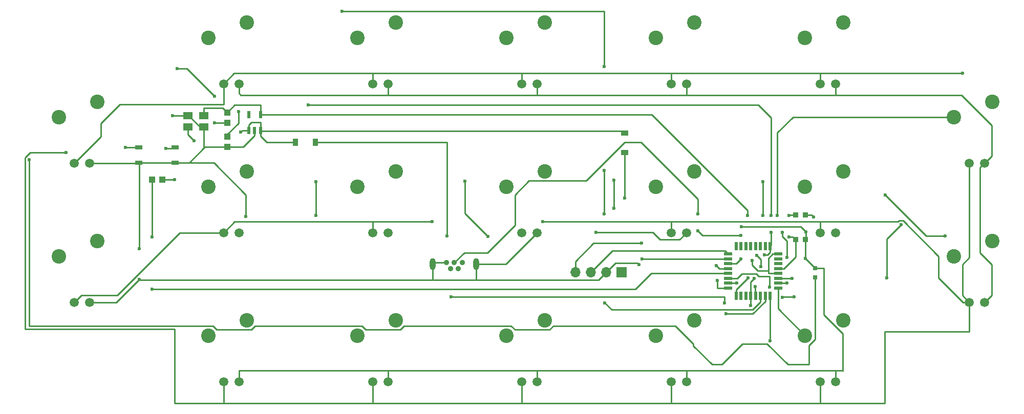
<source format=gbr>
%TF.GenerationSoftware,KiCad,Pcbnew,(5.1.9)-1*%
%TF.CreationDate,2021-03-22T18:36:52-04:00*%
%TF.ProjectId,DSKY_keyboard,44534b59-5f6b-4657-9962-6f6172642e6b,1.0*%
%TF.SameCoordinates,Original*%
%TF.FileFunction,Copper,L2,Bot*%
%TF.FilePolarity,Positive*%
%FSLAX46Y46*%
G04 Gerber Fmt 4.6, Leading zero omitted, Abs format (unit mm)*
G04 Created by KiCad (PCBNEW (5.1.9)-1) date 2021-03-22 18:36:52*
%MOMM*%
%LPD*%
G01*
G04 APERTURE LIST*
%TA.AperFunction,SMDPad,CuDef*%
%ADD10R,0.507200X1.461999*%
%TD*%
%TA.AperFunction,SMDPad,CuDef*%
%ADD11R,1.461999X0.507200*%
%TD*%
%TA.AperFunction,ComponentPad*%
%ADD12C,2.400000*%
%TD*%
%TA.AperFunction,ComponentPad*%
%ADD13C,1.508000*%
%TD*%
%TA.AperFunction,SMDPad,CuDef*%
%ADD14R,1.200000X0.800000*%
%TD*%
%TA.AperFunction,SMDPad,CuDef*%
%ADD15R,0.550000X1.200000*%
%TD*%
%TA.AperFunction,SMDPad,CuDef*%
%ADD16R,0.800000X0.800000*%
%TD*%
%TA.AperFunction,SMDPad,CuDef*%
%ADD17R,1.220000X0.910000*%
%TD*%
%TA.AperFunction,SMDPad,CuDef*%
%ADD18R,1.500000X1.240000*%
%TD*%
%TA.AperFunction,SMDPad,CuDef*%
%ADD19R,1.000000X1.075000*%
%TD*%
%TA.AperFunction,ComponentPad*%
%ADD20R,1.700000X1.700000*%
%TD*%
%TA.AperFunction,ComponentPad*%
%ADD21O,1.700000X1.700000*%
%TD*%
%TA.AperFunction,SMDPad,CuDef*%
%ADD22R,1.075000X1.000000*%
%TD*%
%TA.AperFunction,SMDPad,CuDef*%
%ADD23R,0.900000X0.900000*%
%TD*%
%TA.AperFunction,ComponentPad*%
%ADD24O,0.970000X1.940000*%
%TD*%
%TA.AperFunction,ComponentPad*%
%ADD25C,0.908000*%
%TD*%
%TA.AperFunction,SMDPad,CuDef*%
%ADD26R,0.910000X1.220000*%
%TD*%
%TA.AperFunction,ViaPad*%
%ADD27C,0.600000*%
%TD*%
%TA.AperFunction,Conductor*%
%ADD28C,0.254000*%
%TD*%
G04 APERTURE END LIST*
D10*
%TO.P,U1,32*%
%TO.N,Net-(C3-Pad1)*%
X184854499Y-99263200D03*
%TO.P,U1,31*%
%TO.N,N/C*%
X184054499Y-99263200D03*
%TO.P,U1,30*%
X183254500Y-99263200D03*
%TO.P,U1,29*%
X182454499Y-99263200D03*
%TO.P,U1,28*%
X181654501Y-99263200D03*
%TO.P,U1,27*%
X180854500Y-99263200D03*
%TO.P,U1,26*%
X180054499Y-99263200D03*
%TO.P,U1,25*%
X179254501Y-99263200D03*
D11*
%TO.P,U1,24*%
%TO.N,PA14*%
X177939700Y-100578001D03*
%TO.P,U1,23*%
%TO.N,PA13*%
X177939700Y-101378001D03*
%TO.P,U1,22*%
%TO.N,PA12*%
X177939700Y-102178000D03*
%TO.P,U1,21*%
%TO.N,PA11*%
X177939700Y-102978001D03*
%TO.P,U1,20*%
%TO.N,Net-(R2-Pad2)*%
X177939700Y-103777999D03*
%TO.P,U1,19*%
%TO.N,PA09*%
X177939700Y-104578000D03*
%TO.P,U1,18*%
%TO.N,PA08*%
X177939700Y-105378001D03*
%TO.P,U1,17*%
%TO.N,+3V3*%
X177939700Y-106177999D03*
D10*
%TO.P,U1,16*%
%TO.N,Net-(C3-Pad1)*%
X179254501Y-107492800D03*
%TO.P,U1,15*%
%TO.N,N/C*%
X180054501Y-107492800D03*
%TO.P,U1,14*%
X180854500Y-107492800D03*
%TO.P,U1,13*%
%TO.N,PA07*%
X181654501Y-107492800D03*
%TO.P,U1,12*%
%TO.N,PA06*%
X182454499Y-107492800D03*
%TO.P,U1,11*%
%TO.N,PA05*%
X183254500Y-107492800D03*
%TO.P,U1,10*%
%TO.N,PA04*%
X184054501Y-107492800D03*
%TO.P,U1,9*%
%TO.N,PA03*%
X184854499Y-107492800D03*
D11*
%TO.P,U1,8*%
%TO.N,PA02*%
X186169300Y-106177999D03*
%TO.P,U1,7*%
%TO.N,PA01*%
X186169300Y-105377999D03*
%TO.P,U1,6*%
%TO.N,PA00*%
X186169300Y-104578000D03*
%TO.P,U1,5*%
%TO.N,+3V3*%
X186169300Y-103777999D03*
%TO.P,U1,4*%
%TO.N,/~RESET*%
X186169300Y-102978001D03*
%TO.P,U1,3*%
%TO.N,N/C*%
X186169300Y-102178000D03*
%TO.P,U1,2*%
X186169300Y-101377999D03*
%TO.P,U1,1*%
%TO.N,+3V3*%
X186169300Y-100578001D03*
%TD*%
D12*
%TO.P,SW8,SIDE*%
%TO.N,PA01*%
X67289500Y-100937000D03*
%TO.P,SW8,UP*%
%TO.N,Net-(D8-Pad2)*%
X73639500Y-98397000D03*
D13*
%TO.P,SW8,LED-*%
%TO.N,GND*%
X72369500Y-108557000D03*
%TO.P,SW8,LED+*%
%TO.N,Net-(SW1-PadLED+)*%
X69829500Y-108557000D03*
%TD*%
D14*
%TO.P,U2,4*%
%TO.N,Net-(SW1-PadLED+)*%
X80502500Y-82931000D03*
%TO.P,U2,1*%
%TO.N,Net-(R2-Pad1)*%
X86502500Y-82931000D03*
%TO.P,U2,2*%
%TO.N,GND*%
X86502500Y-85471000D03*
%TO.P,U2,3*%
X80502500Y-85471000D03*
%TD*%
D12*
%TO.P,SW15,SIDE*%
%TO.N,PA02*%
X91953300Y-114053000D03*
%TO.P,SW15,UP*%
%TO.N,Net-(D15-Pad2)*%
X98303300Y-111513000D03*
D13*
%TO.P,SW15,LED-*%
%TO.N,GND*%
X97033300Y-121673000D03*
%TO.P,SW15,LED+*%
%TO.N,Net-(SW1-PadLED+)*%
X94493300Y-121673000D03*
%TD*%
D12*
%TO.P,SW19,SIDE*%
%TO.N,PA02*%
X190608500Y-114053000D03*
%TO.P,SW19,UP*%
%TO.N,Net-(D19-Pad2)*%
X196958500Y-111513000D03*
D13*
%TO.P,SW19,LED-*%
%TO.N,GND*%
X195688500Y-121673000D03*
%TO.P,SW19,LED+*%
%TO.N,Net-(SW1-PadLED+)*%
X193148500Y-121673000D03*
%TD*%
D12*
%TO.P,SW14,SIDE*%
%TO.N,PA01*%
X215272500Y-100937000D03*
%TO.P,SW14,UP*%
%TO.N,Net-(D14-Pad2)*%
X221622500Y-98397000D03*
D13*
%TO.P,SW14,LED-*%
%TO.N,GND*%
X220352500Y-108557000D03*
%TO.P,SW14,LED+*%
%TO.N,Net-(SW1-PadLED+)*%
X217812500Y-108557000D03*
%TD*%
D12*
%TO.P,SW5,SIDE*%
%TO.N,PA00*%
X165944700Y-64783000D03*
%TO.P,SW5,UP*%
%TO.N,Net-(D5-Pad2)*%
X172294700Y-62243000D03*
D13*
%TO.P,SW5,LED-*%
%TO.N,GND*%
X171024700Y-72403000D03*
%TO.P,SW5,LED+*%
%TO.N,Net-(SW1-PadLED+)*%
X168484700Y-72403000D03*
%TD*%
D12*
%TO.P,SW2,SIDE*%
%TO.N,PA00*%
X91953300Y-64783000D03*
%TO.P,SW2,UP*%
%TO.N,Net-(D2-Pad2)*%
X98303300Y-62243000D03*
D13*
%TO.P,SW2,LED-*%
%TO.N,GND*%
X97033300Y-72403000D03*
%TO.P,SW2,LED+*%
%TO.N,Net-(SW1-PadLED+)*%
X94493300Y-72403000D03*
%TD*%
D12*
%TO.P,SW1,SIDE*%
%TO.N,PA00*%
X67289500Y-77899000D03*
%TO.P,SW1,UP*%
%TO.N,Net-(D1-Pad2)*%
X73639500Y-75359000D03*
D13*
%TO.P,SW1,LED-*%
%TO.N,GND*%
X72369500Y-85519000D03*
%TO.P,SW1,LED+*%
%TO.N,Net-(SW1-PadLED+)*%
X69829500Y-85519000D03*
%TD*%
D12*
%TO.P,SW18,SIDE*%
%TO.N,PA02*%
X165944700Y-114053000D03*
%TO.P,SW18,UP*%
%TO.N,Net-(D18-Pad2)*%
X172294700Y-111513000D03*
D13*
%TO.P,SW18,LED-*%
%TO.N,GND*%
X171024700Y-121673000D03*
%TO.P,SW18,LED+*%
%TO.N,Net-(SW1-PadLED+)*%
X168484700Y-121673000D03*
%TD*%
D12*
%TO.P,SW17,SIDE*%
%TO.N,PA02*%
X141280900Y-114053000D03*
%TO.P,SW17,UP*%
%TO.N,Net-(D17-Pad2)*%
X147630900Y-111513000D03*
D13*
%TO.P,SW17,LED-*%
%TO.N,GND*%
X146360900Y-121673000D03*
%TO.P,SW17,LED+*%
%TO.N,Net-(SW1-PadLED+)*%
X143820900Y-121673000D03*
%TD*%
D12*
%TO.P,SW16,SIDE*%
%TO.N,PA02*%
X116617100Y-114053000D03*
%TO.P,SW16,UP*%
%TO.N,Net-(D16-Pad2)*%
X122967100Y-111513000D03*
D13*
%TO.P,SW16,LED-*%
%TO.N,GND*%
X121697100Y-121673000D03*
%TO.P,SW16,LED+*%
%TO.N,Net-(SW1-PadLED+)*%
X119157100Y-121673000D03*
%TD*%
D12*
%TO.P,SW13,SIDE*%
%TO.N,PA01*%
X190608500Y-89418000D03*
%TO.P,SW13,UP*%
%TO.N,Net-(D13-Pad2)*%
X196958500Y-86878000D03*
D13*
%TO.P,SW13,LED-*%
%TO.N,GND*%
X195688500Y-97038000D03*
%TO.P,SW13,LED+*%
%TO.N,Net-(SW1-PadLED+)*%
X193148500Y-97038000D03*
%TD*%
D12*
%TO.P,SW12,SIDE*%
%TO.N,PA01*%
X165944700Y-89418000D03*
%TO.P,SW12,UP*%
%TO.N,Net-(D12-Pad2)*%
X172294700Y-86878000D03*
D13*
%TO.P,SW12,LED-*%
%TO.N,GND*%
X171024700Y-97038000D03*
%TO.P,SW12,LED+*%
%TO.N,Net-(SW1-PadLED+)*%
X168484700Y-97038000D03*
%TD*%
D12*
%TO.P,SW11,SIDE*%
%TO.N,PA01*%
X141280900Y-89418000D03*
%TO.P,SW11,UP*%
%TO.N,Net-(D11-Pad2)*%
X147630900Y-86878000D03*
D13*
%TO.P,SW11,LED-*%
%TO.N,GND*%
X146360900Y-97038000D03*
%TO.P,SW11,LED+*%
%TO.N,Net-(SW1-PadLED+)*%
X143820900Y-97038000D03*
%TD*%
D12*
%TO.P,SW10,SIDE*%
%TO.N,PA01*%
X116617100Y-89418000D03*
%TO.P,SW10,UP*%
%TO.N,Net-(D10-Pad2)*%
X122967100Y-86878000D03*
D13*
%TO.P,SW10,LED-*%
%TO.N,GND*%
X121697100Y-97038000D03*
%TO.P,SW10,LED+*%
%TO.N,Net-(SW1-PadLED+)*%
X119157100Y-97038000D03*
%TD*%
D12*
%TO.P,SW9,SIDE*%
%TO.N,PA01*%
X91953300Y-89418000D03*
%TO.P,SW9,UP*%
%TO.N,Net-(D9-Pad2)*%
X98303300Y-86878000D03*
D13*
%TO.P,SW9,LED-*%
%TO.N,GND*%
X97033300Y-97038000D03*
%TO.P,SW9,LED+*%
%TO.N,Net-(SW1-PadLED+)*%
X94493300Y-97038000D03*
%TD*%
D12*
%TO.P,SW7,SIDE*%
%TO.N,PA00*%
X215272500Y-77899000D03*
%TO.P,SW7,UP*%
%TO.N,Net-(D7-Pad2)*%
X221622500Y-75359000D03*
D13*
%TO.P,SW7,LED-*%
%TO.N,GND*%
X220352500Y-85519000D03*
%TO.P,SW7,LED+*%
%TO.N,Net-(SW1-PadLED+)*%
X217812500Y-85519000D03*
%TD*%
D12*
%TO.P,SW6,SIDE*%
%TO.N,PA00*%
X190608500Y-64783000D03*
%TO.P,SW6,UP*%
%TO.N,Net-(D6-Pad2)*%
X196958500Y-62243000D03*
D13*
%TO.P,SW6,LED-*%
%TO.N,GND*%
X195688500Y-72403000D03*
%TO.P,SW6,LED+*%
%TO.N,Net-(SW1-PadLED+)*%
X193148500Y-72403000D03*
%TD*%
D12*
%TO.P,SW4,SIDE*%
%TO.N,PA00*%
X141280900Y-64783000D03*
%TO.P,SW4,UP*%
%TO.N,Net-(D4-Pad2)*%
X147630900Y-62243000D03*
D13*
%TO.P,SW4,LED-*%
%TO.N,GND*%
X146360900Y-72403000D03*
%TO.P,SW4,LED+*%
%TO.N,Net-(SW1-PadLED+)*%
X143820900Y-72403000D03*
%TD*%
D12*
%TO.P,SW3,SIDE*%
%TO.N,PA00*%
X116617100Y-64783000D03*
%TO.P,SW3,UP*%
%TO.N,Net-(D3-Pad2)*%
X122967100Y-62243000D03*
D13*
%TO.P,SW3,LED-*%
%TO.N,GND*%
X121697100Y-72403000D03*
%TO.P,SW3,LED+*%
%TO.N,Net-(SW1-PadLED+)*%
X119157100Y-72403000D03*
%TD*%
D15*
%TO.P,U3,5*%
%TO.N,+3V3*%
X100581500Y-77503400D03*
%TO.P,U3,4*%
%TO.N,N/C*%
X98681500Y-77503400D03*
%TO.P,U3,3*%
%TO.N,Net-(C1-Pad1)*%
X98681500Y-80103600D03*
%TO.P,U3,2*%
%TO.N,GND*%
X99631500Y-80103600D03*
%TO.P,U3,1*%
%TO.N,Net-(C1-Pad1)*%
X100581500Y-80103600D03*
%TD*%
D16*
%TO.P,D21,2*%
%TO.N,Net-(D21-Pad2)*%
X192341500Y-104445500D03*
%TO.P,D21,1*%
%TO.N,GND*%
X192341500Y-102945500D03*
%TD*%
D17*
%TO.P,D20,2*%
%TO.N,VBUS*%
X160845500Y-83806500D03*
%TO.P,D20,1*%
%TO.N,Net-(C1-Pad1)*%
X160845500Y-80531500D03*
%TD*%
D18*
%TO.P,C1,1*%
%TO.N,Net-(C1-Pad1)*%
X88582500Y-79563000D03*
%TO.P,C1,2*%
%TO.N,GND*%
X88582500Y-77663000D03*
%TD*%
%TO.P,C2,2*%
%TO.N,GND*%
X91249500Y-79563000D03*
%TO.P,C2,1*%
%TO.N,+3V3*%
X91249500Y-77663000D03*
%TD*%
D19*
%TO.P,C3,2*%
%TO.N,GND*%
X95123000Y-82828500D03*
%TO.P,C3,1*%
%TO.N,Net-(C3-Pad1)*%
X95123000Y-81128500D03*
%TD*%
D20*
%TO.P,J1,1*%
%TO.N,VBUS*%
X160274000Y-103632000D03*
D21*
%TO.P,J1,2*%
%TO.N,GND*%
X157734000Y-103632000D03*
%TO.P,J1,3*%
%TO.N,PA14*%
X155194000Y-103632000D03*
%TO.P,J1,4*%
%TO.N,PA13*%
X152654000Y-103632000D03*
%TD*%
D19*
%TO.P,R1,1*%
%TO.N,+3V3*%
X95123000Y-77152500D03*
%TO.P,R1,2*%
%TO.N,Net-(D21-Pad2)*%
X95123000Y-78852500D03*
%TD*%
D22*
%TO.P,R2,1*%
%TO.N,Net-(R2-Pad1)*%
X84352500Y-88265000D03*
%TO.P,R2,2*%
%TO.N,Net-(R2-Pad2)*%
X82652500Y-88265000D03*
%TD*%
D23*
%TO.P,SW20,A*%
%TO.N,GND*%
X190665000Y-94089000D03*
%TO.P,SW20,B*%
%TO.N,/~RESET*%
X189065000Y-94089000D03*
%TO.P,SW20,B'*%
X189065000Y-98189000D03*
%TO.P,SW20,A'*%
%TO.N,GND*%
X190665000Y-98189000D03*
%TD*%
D24*
%TO.P,J2,S2*%
%TO.N,GND*%
X129076500Y-102203000D03*
%TO.P,J2,S1*%
X136226500Y-102203000D03*
D25*
%TO.P,J2,5*%
X131351500Y-101983000D03*
%TO.P,J2,4*%
%TO.N,N/C*%
X132001500Y-102983000D03*
%TO.P,J2,3*%
%TO.N,PA12*%
X132651500Y-101983000D03*
%TO.P,J2,2*%
%TO.N,PA11*%
X133301500Y-102983000D03*
%TO.P,J2,1*%
%TO.N,VBAT*%
X133951500Y-101983000D03*
%TD*%
D26*
%TO.P,D22,1*%
%TO.N,Net-(C1-Pad1)*%
X106376000Y-82105500D03*
%TO.P,D22,2*%
%TO.N,VBAT*%
X109651000Y-82105500D03*
%TD*%
D27*
%TO.N,Net-(C1-Pad1)*%
X89598500Y-81851500D03*
X97345500Y-80391000D03*
%TO.N,GND*%
X86042500Y-77660500D03*
X192087500Y-94488000D03*
X190754000Y-96901000D03*
X190684500Y-101288500D03*
X163195000Y-102298500D03*
X180086000Y-96075500D03*
X80518000Y-104775000D03*
X80518000Y-99695000D03*
X114109500Y-60452000D03*
X157416500Y-69532500D03*
X157448250Y-86772750D03*
X157448250Y-93948250D03*
X98189001Y-94342999D03*
X156083000Y-96964500D03*
%TO.N,+3V3*%
X181102000Y-94170500D03*
X181864000Y-101663500D03*
X176149000Y-104965500D03*
%TO.N,Net-(C3-Pad1)*%
X183959500Y-100711000D03*
X181229000Y-104521000D03*
X96964500Y-77025500D03*
X108458000Y-75946000D03*
X185039000Y-94170500D03*
X185039000Y-96964500D03*
%TO.N,PA03*%
X184848500Y-114935000D03*
%TO.N,PA04*%
X109728000Y-88582500D03*
X109728000Y-94234000D03*
X132080000Y-107696000D03*
X177292000Y-108712000D03*
X177609500Y-110490000D03*
%TO.N,PA05*%
X134366000Y-88519000D03*
X138176000Y-97663000D03*
X157543500Y-108648500D03*
%TO.N,PA06*%
X182435500Y-105981500D03*
X159004000Y-93027500D03*
X159004000Y-88392000D03*
%TO.N,PA07*%
X182689500Y-100838000D03*
X183642000Y-88582500D03*
X183642000Y-94170500D03*
X181673500Y-109093000D03*
X182245000Y-104584500D03*
X183324500Y-102679500D03*
%TO.N,PA08*%
X179387500Y-105346500D03*
%TO.N,PA09*%
X184785000Y-106045000D03*
X186880500Y-107759500D03*
X206502000Y-95758000D03*
X204152500Y-104521000D03*
X188849000Y-107632500D03*
%TO.N,VBUS*%
X160845500Y-91313000D03*
%TO.N,Net-(D21-Pad2)*%
X62357000Y-84963000D03*
X86786010Y-69895010D03*
X93027500Y-74485500D03*
X93027500Y-78867000D03*
%TO.N,PA13*%
X163671501Y-101378001D03*
X163639500Y-98806000D03*
%TO.N,Net-(R2-Pad1)*%
X84963000Y-83121500D03*
X86360000Y-88265000D03*
%TO.N,Net-(R2-Pad2)*%
X82677000Y-97726500D03*
X82677000Y-106362500D03*
%TO.N,Net-(SW1-PadLED+)*%
X68453000Y-83820000D03*
X78232000Y-82931000D03*
X216725500Y-70675500D03*
X129016700Y-95201800D03*
X147241200Y-95201800D03*
%TO.N,PA00*%
X186055000Y-94170500D03*
X188468000Y-104584500D03*
%TO.N,PA01*%
X203930250Y-90836750D03*
X213804500Y-97599500D03*
X187611001Y-105377999D03*
X187611001Y-101123499D03*
X186880500Y-97028000D03*
%TO.N,/~RESET*%
X187960000Y-94234000D03*
X187960000Y-97726500D03*
%TO.N,PA12*%
X172910500Y-93980000D03*
X180022500Y-101409500D03*
X180022500Y-97536000D03*
X172910500Y-96774000D03*
%TO.N,PA11*%
X175958500Y-102489000D03*
%TO.N,VBAT*%
X131445000Y-97599500D03*
%TD*%
D28*
%TO.N,Net-(C1-Pad1)*%
X88582500Y-79563000D02*
X88582500Y-80835500D01*
X88582500Y-80835500D02*
X89598500Y-81851500D01*
X97632900Y-80103600D02*
X97345500Y-80391000D01*
X98681500Y-80103600D02*
X97632900Y-80103600D01*
X98681500Y-79249600D02*
X99127600Y-78803500D01*
X98681500Y-80103600D02*
X98681500Y-79249600D01*
X99127600Y-78803500D02*
X100584000Y-78803500D01*
X100584000Y-80101100D02*
X100581500Y-80103600D01*
X100584000Y-78803500D02*
X100584000Y-80101100D01*
X100581500Y-80264000D02*
X160417600Y-80264000D01*
X100581500Y-81087000D02*
X100581500Y-80103600D01*
X101600000Y-82105500D02*
X100581500Y-81087000D01*
X106376000Y-82105500D02*
X101600000Y-82105500D01*
%TO.N,GND*%
X72417500Y-85471000D02*
X72369500Y-85519000D01*
X80454500Y-85519000D02*
X80502500Y-85471000D01*
X72369500Y-85519000D02*
X80454500Y-85519000D01*
X91249500Y-83058000D02*
X91249500Y-79563000D01*
X88580000Y-77660500D02*
X88582500Y-77663000D01*
X86042500Y-77660500D02*
X88580000Y-77660500D01*
X190665000Y-101269000D02*
X190684500Y-101288500D01*
X190665000Y-98189000D02*
X190665000Y-101269000D01*
X90612500Y-79563000D02*
X91249500Y-79563000D01*
X88712500Y-77663000D02*
X90612500Y-79563000D01*
X88582500Y-77663000D02*
X88712500Y-77663000D01*
X190665000Y-94089000D02*
X191688500Y-94089000D01*
X191688500Y-94089000D02*
X192087500Y-94488000D01*
X190754000Y-98100000D02*
X190665000Y-98189000D01*
X190754000Y-96901000D02*
X190754000Y-98100000D01*
X190684500Y-101288500D02*
X192341500Y-102945500D01*
X157734000Y-103632000D02*
X159321500Y-102044500D01*
X189928500Y-96075500D02*
X190754000Y-96901000D01*
X180086000Y-96075500D02*
X189928500Y-96075500D01*
X157734000Y-103632000D02*
X156502999Y-104863001D01*
X80606001Y-104863001D02*
X80518000Y-104775000D01*
X80518000Y-85486500D02*
X80502500Y-85471000D01*
X80518000Y-99695000D02*
X80518000Y-85486500D01*
X99631500Y-80957600D02*
X99631500Y-80103600D01*
X97760600Y-82828500D02*
X99631500Y-80957600D01*
X95123000Y-82828500D02*
X97760600Y-82828500D01*
X91479000Y-82828500D02*
X91249500Y-83058000D01*
X95123000Y-82828500D02*
X91479000Y-82828500D01*
X162941000Y-102044500D02*
X163195000Y-102298500D01*
X159321500Y-102044500D02*
X162941000Y-102044500D01*
X157448250Y-86772750D02*
X157448250Y-93948250D01*
X157416500Y-60452000D02*
X157416500Y-69532500D01*
X114109500Y-60452000D02*
X157416500Y-60452000D01*
X86502500Y-85471000D02*
X88836500Y-85471000D01*
X80502500Y-85471000D02*
X86502500Y-85471000D01*
X88836500Y-85471000D02*
X91249500Y-83058000D01*
X129076500Y-104857500D02*
X129070999Y-104863001D01*
X129076500Y-102203000D02*
X129076500Y-104857500D01*
X129070999Y-104863001D02*
X80606001Y-104863001D01*
X134835001Y-104863001D02*
X129070999Y-104863001D01*
X136006500Y-101983000D02*
X136226500Y-102203000D01*
X136226500Y-104843002D02*
X136246499Y-104863001D01*
X136226500Y-102203000D02*
X136226500Y-104843002D01*
X136246499Y-104863001D02*
X134835001Y-104863001D01*
X156502999Y-104863001D02*
X136246499Y-104863001D01*
X129296500Y-101983000D02*
X129076500Y-102203000D01*
X131351500Y-101983000D02*
X129296500Y-101983000D01*
X221508201Y-79274663D02*
X221508201Y-84363299D01*
X97033300Y-73982800D02*
X97345500Y-74295000D01*
X221508201Y-84363299D02*
X220352500Y-85519000D01*
X97033300Y-72403000D02*
X97033300Y-73982800D01*
X121697100Y-74263900D02*
X121666000Y-74295000D01*
X121697100Y-72403000D02*
X121697100Y-74263900D01*
X97345500Y-74295000D02*
X121666000Y-74295000D01*
X146360900Y-74288400D02*
X146367500Y-74295000D01*
X146360900Y-72403000D02*
X146360900Y-74288400D01*
X121666000Y-74295000D02*
X146367500Y-74295000D01*
X171024700Y-74250700D02*
X171069000Y-74295000D01*
X171024700Y-72403000D02*
X171024700Y-74250700D01*
X146367500Y-74295000D02*
X171069000Y-74295000D01*
X195688500Y-72403000D02*
X195688500Y-74276500D01*
X195688500Y-74276500D02*
X195707000Y-74295000D01*
X171069000Y-74295000D02*
X195707000Y-74295000D01*
X92866338Y-85471000D02*
X98189001Y-90793663D01*
X88836500Y-85471000D02*
X92866338Y-85471000D01*
X98189001Y-90793663D02*
X98189001Y-94342999D01*
X141195900Y-102203000D02*
X136226500Y-102203000D01*
X146360900Y-97038000D02*
X141195900Y-102203000D01*
X166689501Y-98173001D02*
X165481000Y-96964500D01*
X169889699Y-98173001D02*
X166689501Y-98173001D01*
X171024700Y-97038000D02*
X169889699Y-98173001D01*
X165481000Y-96964500D02*
X156083000Y-96964500D01*
X156083000Y-96964500D02*
X156083000Y-96964500D01*
X216528538Y-74295000D02*
X221508201Y-79274663D01*
X195707000Y-74295000D02*
X216528538Y-74295000D01*
X76736000Y-108557000D02*
X80518000Y-104775000D01*
X72369500Y-108557000D02*
X76736000Y-108557000D01*
X221508201Y-107401299D02*
X220352500Y-108557000D01*
X221508201Y-102312663D02*
X221508201Y-107401299D01*
X219598501Y-100402963D02*
X221508201Y-102312663D01*
X219598501Y-86272999D02*
X219598501Y-100402963D01*
X220352500Y-85519000D02*
X219598501Y-86272999D01*
X196844201Y-113738583D02*
X193738500Y-110632882D01*
X193738500Y-110632882D02*
X193738500Y-102933500D01*
X192353500Y-102933500D02*
X192341500Y-102945500D01*
X193738500Y-102933500D02*
X192353500Y-102933500D01*
X97033300Y-119893300D02*
X97028000Y-119888000D01*
X97033300Y-121673000D02*
X97033300Y-119893300D01*
X121697100Y-119919100D02*
X121666000Y-119888000D01*
X121697100Y-121673000D02*
X121697100Y-119919100D01*
X121666000Y-119888000D02*
X97028000Y-119888000D01*
X146360900Y-119958100D02*
X146431000Y-119888000D01*
X146360900Y-121673000D02*
X146360900Y-119958100D01*
X146431000Y-119888000D02*
X121666000Y-119888000D01*
X168275000Y-119888000D02*
X146431000Y-119888000D01*
X171024700Y-121673000D02*
X171024700Y-119932300D01*
X171069000Y-119888000D02*
X168275000Y-119888000D01*
X171024700Y-119932300D02*
X171069000Y-119888000D01*
X196844201Y-119893799D02*
X196844201Y-113738583D01*
X195688500Y-119906500D02*
X195707000Y-119888000D01*
X195688500Y-121673000D02*
X195688500Y-119906500D01*
X195707000Y-119888000D02*
X196838402Y-119888000D01*
X171069000Y-119888000D02*
X195707000Y-119888000D01*
%TO.N,+3V3*%
X94361000Y-76390500D02*
X95123000Y-77152500D01*
X91249500Y-76390500D02*
X94361000Y-76390500D01*
X91249500Y-77663000D02*
X91249500Y-76390500D01*
X95123000Y-77152500D02*
X96329500Y-75946000D01*
X96329500Y-75946000D02*
X100584000Y-75946000D01*
X100584000Y-77500900D02*
X100581500Y-77503400D01*
X100584000Y-75946000D02*
X100584000Y-77500900D01*
X185298897Y-100578001D02*
X184594500Y-101282398D01*
X186169300Y-100578001D02*
X185298897Y-100578001D01*
X186150301Y-103759000D02*
X186169300Y-103777999D01*
X184594500Y-103759000D02*
X186150301Y-103759000D01*
X165259982Y-77503400D02*
X181102000Y-93345418D01*
X100581500Y-77503400D02*
X165259982Y-77503400D01*
X181102000Y-93345418D02*
X181102000Y-94170500D01*
X184540967Y-103368033D02*
X182826467Y-103368033D01*
X184594500Y-103314500D02*
X184540967Y-103368033D01*
X184594500Y-101282398D02*
X184594500Y-103314500D01*
X184594500Y-103314500D02*
X184594500Y-103759000D01*
X182826467Y-103368033D02*
X181864000Y-102405566D01*
X181864000Y-102405566D02*
X181864000Y-101663500D01*
X177939700Y-106177999D02*
X176154999Y-106177999D01*
X176154999Y-106177999D02*
X176149000Y-106172000D01*
X176149000Y-106172000D02*
X176149000Y-104965500D01*
%TO.N,Net-(C3-Pad1)*%
X181229000Y-104533302D02*
X181229000Y-104521000D01*
X179254501Y-106507801D02*
X181229000Y-104533302D01*
X179254501Y-107492800D02*
X179254501Y-106507801D01*
X185057699Y-99060000D02*
X184854499Y-99263200D01*
X95123000Y-81128500D02*
X95123000Y-80772000D01*
X95123000Y-80772000D02*
X96964500Y-78930500D01*
X96964500Y-78930500D02*
X96964500Y-77025500D01*
X108458000Y-75946000D02*
X182943500Y-75946000D01*
X182943500Y-75946000D02*
X185039000Y-78041500D01*
X185039000Y-78041500D02*
X185039000Y-94170500D01*
X185039000Y-99078699D02*
X184854499Y-99263200D01*
X185039000Y-96964500D02*
X185039000Y-99078699D01*
X184391698Y-100711000D02*
X183959500Y-100711000D01*
X184854499Y-100248199D02*
X184391698Y-100711000D01*
X184854499Y-99263200D02*
X184854499Y-100248199D01*
%TO.N,PA03*%
X184848500Y-107498799D02*
X184854499Y-107492800D01*
X184848500Y-114935000D02*
X184848500Y-107498799D01*
%TO.N,PA04*%
X109728000Y-88582500D02*
X109728000Y-94234000D01*
X132080000Y-107696000D02*
X177292000Y-107696000D01*
X177292000Y-107696000D02*
X177292000Y-108712000D01*
X184054501Y-108438315D02*
X184054501Y-107492800D01*
X182002816Y-110490000D02*
X184054501Y-108438315D01*
X177609500Y-110490000D02*
X182002816Y-110490000D01*
%TO.N,PA05*%
X183254500Y-108519882D02*
X183254500Y-107492800D01*
X182000381Y-109774001D02*
X183254500Y-108519882D01*
X158669001Y-109774001D02*
X182000381Y-109774001D01*
X157543500Y-108648500D02*
X158669001Y-109774001D01*
X134366000Y-93853000D02*
X138176000Y-97663000D01*
X134366000Y-88519000D02*
X134366000Y-93853000D01*
%TO.N,PA06*%
X159004000Y-88392000D02*
X159004000Y-93027500D01*
X182435500Y-107473801D02*
X182454499Y-107492800D01*
X182435500Y-105981500D02*
X182435500Y-107473801D01*
%TO.N,PA07*%
X181673500Y-107511799D02*
X181654501Y-107492800D01*
X181673500Y-109093000D02*
X181673500Y-107511799D01*
X181654501Y-107143499D02*
X181754499Y-107043501D01*
X181654501Y-107492800D02*
X181654501Y-107143499D01*
X182245000Y-104584500D02*
X182308500Y-104521000D01*
X181654501Y-105174999D02*
X181654501Y-107492800D01*
X182245000Y-104584500D02*
X181654501Y-105174999D01*
X183324500Y-101473000D02*
X182689500Y-100838000D01*
X183324500Y-102679500D02*
X183324500Y-101473000D01*
X183642000Y-88582500D02*
X183642000Y-94170500D01*
%TO.N,PA08*%
X177971201Y-105346500D02*
X177939700Y-105378001D01*
X179355999Y-105378001D02*
X179387500Y-105346500D01*
X177939700Y-105378001D02*
X179355999Y-105378001D01*
%TO.N,PA09*%
X206502000Y-95758000D02*
X204152500Y-98107500D01*
X204152500Y-98107500D02*
X204152500Y-104521000D01*
X187007500Y-107632500D02*
X186880500Y-107759500D01*
X188849000Y-107632500D02*
X187007500Y-107632500D01*
X183007010Y-104267010D02*
X184785000Y-104267010D01*
X184785000Y-104267010D02*
X184785000Y-106045000D01*
X182579999Y-103839999D02*
X183007010Y-104267010D01*
X180182501Y-103839999D02*
X182579999Y-103839999D01*
X179444500Y-104578000D02*
X180182501Y-103839999D01*
X177939700Y-104578000D02*
X179444500Y-104578000D01*
%TO.N,VBUS*%
X160845500Y-83806500D02*
X160845500Y-91313000D01*
%TO.N,Net-(D21-Pad2)*%
X86786010Y-69895010D02*
X88437010Y-69895010D01*
X88437010Y-69895010D02*
X93027500Y-74485500D01*
X95108500Y-78867000D02*
X95123000Y-78852500D01*
X93027500Y-78867000D02*
X95108500Y-78867000D01*
X192341500Y-114659882D02*
X192341500Y-104445500D01*
X191325500Y-118872000D02*
X191325500Y-115675882D01*
X184323617Y-115417999D02*
X187777618Y-118872000D01*
X180321455Y-115417999D02*
X184323617Y-115417999D01*
X191325500Y-115675882D02*
X192341500Y-114659882D01*
X176867454Y-118872000D02*
X180321455Y-115417999D01*
X172180401Y-115428663D02*
X172180401Y-115799507D01*
X169223737Y-112471999D02*
X172180401Y-115428663D01*
X149011783Y-112471999D02*
X169223737Y-112471999D01*
X124347983Y-112471999D02*
X142039781Y-112471999D01*
X62357000Y-112458500D02*
X92698682Y-112458500D01*
X92698682Y-112458500D02*
X93334183Y-113094001D01*
X187777618Y-118872000D02*
X191325500Y-118872000D01*
X93334183Y-113094001D02*
X99062181Y-113094001D01*
X148389781Y-113094001D02*
X149011783Y-112471999D01*
X99062181Y-113094001D02*
X99684183Y-112471999D01*
X172180401Y-115799507D02*
X175252894Y-118872000D01*
X99684183Y-112471999D02*
X117375981Y-112471999D01*
X175252894Y-118872000D02*
X176867454Y-118872000D01*
X117997983Y-113094001D02*
X123725981Y-113094001D01*
X142039781Y-112471999D02*
X142661783Y-113094001D01*
X123725981Y-113094001D02*
X124347983Y-112471999D01*
X62357000Y-84963000D02*
X62357000Y-112458500D01*
X117375981Y-112471999D02*
X117997983Y-113094001D01*
X142661783Y-113094001D02*
X148389781Y-113094001D01*
%TO.N,PA14*%
X155194000Y-103632000D02*
X158813500Y-100012500D01*
X177374199Y-100012500D02*
X177939700Y-100578001D01*
X158813500Y-100012500D02*
X177374199Y-100012500D01*
%TO.N,PA13*%
X177939700Y-101378001D02*
X163671501Y-101378001D01*
X152654000Y-101790500D02*
X152654000Y-103632000D01*
X163639500Y-98806000D02*
X155638500Y-98806000D01*
X155638500Y-98806000D02*
X152654000Y-101790500D01*
%TO.N,Net-(R2-Pad1)*%
X86312000Y-83121500D02*
X86502500Y-82931000D01*
X84963000Y-83121500D02*
X86312000Y-83121500D01*
X84352500Y-88265000D02*
X86360000Y-88265000D01*
%TO.N,Net-(R2-Pad2)*%
X82652500Y-97702000D02*
X82677000Y-97726500D01*
X82652500Y-88265000D02*
X82652500Y-97702000D01*
X165208001Y-103777999D02*
X177939700Y-103777999D01*
X162623500Y-106362500D02*
X165208001Y-103777999D01*
X82677000Y-106362500D02*
X162623500Y-106362500D01*
%TO.N,Net-(SW1-PadLED+)*%
X74168000Y-81180500D02*
X69829500Y-85519000D01*
X77343000Y-75819000D02*
X74168000Y-78994000D01*
X74168000Y-78994000D02*
X74168000Y-81180500D01*
X78232000Y-82931000D02*
X80502500Y-82931000D01*
X86360000Y-113030000D02*
X86360000Y-125285500D01*
X61722000Y-113030000D02*
X86360000Y-113030000D01*
X61675999Y-112983999D02*
X61722000Y-113030000D01*
X61675999Y-84636119D02*
X61675999Y-112983999D01*
X62492118Y-83820000D02*
X61675999Y-84636119D01*
X68453000Y-83820000D02*
X62492118Y-83820000D01*
X94493300Y-75813700D02*
X94488000Y-75819000D01*
X94493300Y-72403000D02*
X94493300Y-75813700D01*
X94488000Y-75819000D02*
X77343000Y-75819000D01*
X94493300Y-72403000D02*
X96220800Y-70675500D01*
X96220800Y-70675500D02*
X96774000Y-70675500D01*
X143820900Y-70732400D02*
X143764000Y-70675500D01*
X143820900Y-72403000D02*
X143820900Y-70732400D01*
X143764000Y-70675500D02*
X168465500Y-70675500D01*
X119157100Y-70706600D02*
X119126000Y-70675500D01*
X119157100Y-72403000D02*
X119157100Y-70706600D01*
X119126000Y-70675500D02*
X143764000Y-70675500D01*
X96774000Y-70675500D02*
X119126000Y-70675500D01*
X168484700Y-70694700D02*
X168465500Y-70675500D01*
X168484700Y-72403000D02*
X168484700Y-70694700D01*
X193148500Y-70757500D02*
X193230500Y-70675500D01*
X193148500Y-72403000D02*
X193148500Y-70757500D01*
X193230500Y-70675500D02*
X216725500Y-70675500D01*
X168465500Y-70675500D02*
X193230500Y-70675500D01*
X216656799Y-107401299D02*
X217812500Y-108557000D01*
X216656799Y-102312663D02*
X216656799Y-107401299D01*
X217812500Y-101156962D02*
X216656799Y-102312663D01*
X217812500Y-85519000D02*
X217812500Y-101156962D01*
X216725500Y-70675500D02*
X216725500Y-70675500D01*
X94493300Y-97038000D02*
X96329500Y-95201800D01*
X129016700Y-95201800D02*
X129016700Y-95201800D01*
X212745199Y-104556016D02*
X216746183Y-108557000D01*
X212745199Y-100985199D02*
X212745199Y-104556016D01*
X206836999Y-95076999D02*
X212745199Y-100985199D01*
X206175119Y-95076999D02*
X206836999Y-95076999D01*
X206050318Y-95201800D02*
X206175119Y-95076999D01*
X216746183Y-108557000D02*
X217812500Y-108557000D01*
X193148500Y-95205000D02*
X193151700Y-95201800D01*
X193148500Y-97038000D02*
X193148500Y-95205000D01*
X193151700Y-95201800D02*
X206050318Y-95201800D01*
X168484700Y-95205700D02*
X168480800Y-95201800D01*
X168484700Y-97038000D02*
X168484700Y-95205700D01*
X168480800Y-95201800D02*
X193151700Y-95201800D01*
X147241200Y-95201800D02*
X168480800Y-95201800D01*
X119157100Y-95217600D02*
X119141300Y-95201800D01*
X119157100Y-97038000D02*
X119157100Y-95217600D01*
X119141300Y-95201800D02*
X129016700Y-95201800D01*
X96329500Y-95201800D02*
X119141300Y-95201800D01*
X94493300Y-125280200D02*
X94488000Y-125285500D01*
X94493300Y-121673000D02*
X94493300Y-125280200D01*
X94488000Y-125285500D02*
X106743500Y-125285500D01*
X86360000Y-125285500D02*
X94488000Y-125285500D01*
X119157100Y-125253100D02*
X119189500Y-125285500D01*
X119157100Y-121673000D02*
X119157100Y-125253100D01*
X106807000Y-125285500D02*
X119189500Y-125285500D01*
X143820900Y-125215400D02*
X143891000Y-125285500D01*
X143820900Y-121673000D02*
X143820900Y-125215400D01*
X119189500Y-125285500D02*
X143891000Y-125285500D01*
X168484700Y-125241200D02*
X168529000Y-125285500D01*
X168484700Y-121673000D02*
X168484700Y-125241200D01*
X168529000Y-125285500D02*
X193167000Y-125285500D01*
X143891000Y-125285500D02*
X168529000Y-125285500D01*
X193148500Y-125267000D02*
X193167000Y-125285500D01*
X193148500Y-121673000D02*
X193148500Y-125267000D01*
X193148500Y-125267000D02*
X203816500Y-125267000D01*
X217812500Y-108557000D02*
X217812500Y-113403500D01*
X203827500Y-113403500D02*
X203816500Y-113392500D01*
X217812500Y-113403500D02*
X203827500Y-113403500D01*
X203816500Y-125267000D02*
X203816500Y-113392500D01*
X87247118Y-97038000D02*
X94493300Y-97038000D01*
X76863119Y-107421999D02*
X87247118Y-97038000D01*
X70964501Y-107421999D02*
X76863119Y-107421999D01*
X69829500Y-108557000D02*
X70964501Y-107421999D01*
%TO.N,PA00*%
X215272500Y-77899000D02*
X188674000Y-77899000D01*
X188674000Y-77899000D02*
X186055000Y-80518000D01*
X186055000Y-80518000D02*
X186055000Y-94170500D01*
X186175800Y-104584500D02*
X186169300Y-104578000D01*
X188468000Y-104584500D02*
X186175800Y-104584500D01*
%TO.N,PA01*%
X210693000Y-97599500D02*
X213804500Y-97599500D01*
X203930250Y-90836750D02*
X210693000Y-97599500D01*
X186169300Y-105377999D02*
X187611001Y-105377999D01*
X187611001Y-98385383D02*
X186880500Y-97654882D01*
X187611001Y-101123499D02*
X187611001Y-98385383D01*
X186880500Y-97654882D02*
X186880500Y-97028000D01*
%TO.N,PA02*%
X186169300Y-109613800D02*
X190608500Y-114053000D01*
X186169300Y-106177999D02*
X186169300Y-109613800D01*
%TO.N,/~RESET*%
X187154299Y-102978001D02*
X186169300Y-102978001D01*
X189065000Y-101067300D02*
X187154299Y-102978001D01*
X189065000Y-98189000D02*
X189065000Y-101067300D01*
X189065000Y-94089000D02*
X188105000Y-94089000D01*
X188105000Y-94089000D02*
X187960000Y-94234000D01*
X188602500Y-97726500D02*
X189065000Y-98189000D01*
X187960000Y-97726500D02*
X188602500Y-97726500D01*
%TO.N,PA12*%
X163492238Y-82105500D02*
X172910500Y-91523762D01*
X144999861Y-88459001D02*
X154442197Y-88459001D01*
X160795698Y-82105500D02*
X163492238Y-82105500D01*
X142665199Y-90793663D02*
X144999861Y-88459001D01*
X142665199Y-95795465D02*
X142665199Y-90793663D01*
X154442197Y-88459001D02*
X160795698Y-82105500D01*
X138116684Y-100343980D02*
X142665199Y-95795465D01*
X134290520Y-100343980D02*
X138116684Y-100343980D01*
X132651500Y-101983000D02*
X134290520Y-100343980D01*
X172910500Y-91523762D02*
X172910500Y-93980000D01*
X177939700Y-102178000D02*
X179254000Y-102178000D01*
X179254000Y-102178000D02*
X180022500Y-101409500D01*
X180022500Y-97536000D02*
X173672500Y-97536000D01*
X173672500Y-97536000D02*
X172910500Y-96774000D01*
%TO.N,PA11*%
X177939700Y-102978001D02*
X176447501Y-102978001D01*
X176447501Y-102978001D02*
X175958500Y-102489000D01*
%TO.N,VBAT*%
X131445000Y-97599500D02*
X131445000Y-82105500D01*
X131445000Y-82105500D02*
X111442500Y-82105500D01*
X111442500Y-82105500D02*
X109651000Y-82105500D01*
%TD*%
M02*

</source>
